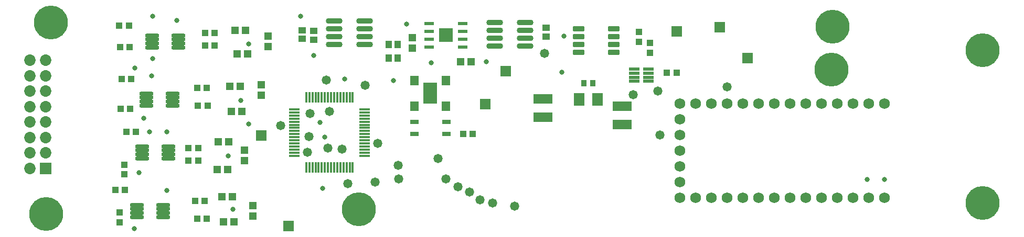
<source format=gts>
G04*
G04 #@! TF.GenerationSoftware,Altium Limited,Altium Designer,22.0.2 (36)*
G04*
G04 Layer_Color=8388736*
%FSLAX25Y25*%
%MOIN*%
G70*
G04*
G04 #@! TF.SameCoordinates,DBB72687-BCFA-4FA8-90DC-81D55A498374*
G04*
G04*
G04 #@! TF.FilePolarity,Negative*
G04*
G01*
G75*
%ADD27R,0.06915X0.02016*%
%ADD28R,0.05312X0.05924*%
%ADD29R,0.08661X0.13780*%
%ADD30R,0.05709X0.02756*%
%ADD34R,0.05900X0.02200*%
%ADD35R,0.09000X0.09000*%
%ADD36R,0.03871X0.04698*%
G04:AMPARAMS|DCode=37|XSize=65.42mil|YSize=15.02mil|CornerRadius=3.38mil|HoleSize=0mil|Usage=FLASHONLY|Rotation=0.000|XOffset=0mil|YOffset=0mil|HoleType=Round|Shape=RoundedRectangle|*
%AMROUNDEDRECTD37*
21,1,0.06542,0.00827,0,0,0.0*
21,1,0.05866,0.01502,0,0,0.0*
1,1,0.00676,0.02933,-0.00413*
1,1,0.00676,-0.02933,-0.00413*
1,1,0.00676,-0.02933,0.00413*
1,1,0.00676,0.02933,0.00413*
%
%ADD37ROUNDEDRECTD37*%
%ADD38O,0.10642X0.03556*%
G04:AMPARAMS|DCode=39|XSize=65.42mil|YSize=15.02mil|CornerRadius=3.38mil|HoleSize=0mil|Usage=FLASHONLY|Rotation=270.000|XOffset=0mil|YOffset=0mil|HoleType=Round|Shape=RoundedRectangle|*
%AMROUNDEDRECTD39*
21,1,0.06542,0.00827,0,0,270.0*
21,1,0.05866,0.01502,0,0,270.0*
1,1,0.00676,-0.00413,-0.02933*
1,1,0.00676,-0.00413,0.02933*
1,1,0.00676,0.00413,0.02933*
1,1,0.00676,0.00413,-0.02933*
%
%ADD39ROUNDEDRECTD39*%
%ADD40O,0.09068X0.02572*%
%ADD41R,0.05131X0.04737*%
%ADD42R,0.04737X0.05131*%
%ADD43R,0.04698X0.03871*%
%ADD44R,0.06706X0.08280*%
%ADD45R,0.12257X0.06391*%
G04:AMPARAMS|DCode=46|XSize=33.59mil|YSize=72.96mil|CornerRadius=5.92mil|HoleSize=0mil|Usage=FLASHONLY|Rotation=90.000|XOffset=0mil|YOffset=0mil|HoleType=Round|Shape=RoundedRectangle|*
%AMROUNDEDRECTD46*
21,1,0.03359,0.06112,0,0,90.0*
21,1,0.02175,0.07296,0,0,90.0*
1,1,0.01184,0.03056,0.01088*
1,1,0.01184,0.03056,-0.01088*
1,1,0.01184,-0.03056,-0.01088*
1,1,0.01184,-0.03056,0.01088*
%
%ADD46ROUNDEDRECTD46*%
%ADD47R,0.03359X0.04343*%
%ADD48R,0.04225X0.04461*%
%ADD49R,0.04461X0.04225*%
%ADD50C,0.06824*%
%ADD51R,0.06706X0.06706*%
%ADD52R,0.07293X0.07293*%
%ADD53C,0.07293*%
%ADD54C,0.03162*%
%ADD55C,0.05800*%
%ADD56C,0.21548*%
D27*
X416031Y103661D02*
D03*
Y106220D02*
D03*
Y108780D02*
D03*
Y111339D02*
D03*
X406969D02*
D03*
Y108780D02*
D03*
Y106220D02*
D03*
Y103661D02*
D03*
D28*
X287500Y104080D02*
D03*
X267500D02*
D03*
Y87920D02*
D03*
X287500D02*
D03*
D29*
X277500Y96000D02*
D03*
D30*
X287638Y77937D02*
D03*
Y70063D02*
D03*
X267362Y77937D02*
D03*
Y70063D02*
D03*
D34*
X298150Y125500D02*
D03*
Y130500D02*
D03*
Y135500D02*
D03*
Y140500D02*
D03*
X276850D02*
D03*
Y135500D02*
D03*
Y130500D02*
D03*
Y125500D02*
D03*
D35*
X287500Y133000D02*
D03*
D36*
X256756Y118500D02*
D03*
Y127000D02*
D03*
X251244Y118500D02*
D03*
Y127000D02*
D03*
D37*
X191138Y58205D02*
D03*
X235862Y56236D02*
D03*
Y58205D02*
D03*
Y60173D02*
D03*
Y62142D02*
D03*
Y64110D02*
D03*
Y66079D02*
D03*
Y68047D02*
D03*
Y70016D02*
D03*
Y71984D02*
D03*
Y73953D02*
D03*
Y75921D02*
D03*
Y77890D02*
D03*
Y79858D02*
D03*
Y81827D02*
D03*
Y83795D02*
D03*
Y85764D02*
D03*
X191138D02*
D03*
Y83795D02*
D03*
Y81827D02*
D03*
Y79858D02*
D03*
Y77890D02*
D03*
Y75921D02*
D03*
Y73953D02*
D03*
Y71984D02*
D03*
Y70016D02*
D03*
Y68047D02*
D03*
Y66079D02*
D03*
Y64110D02*
D03*
Y62142D02*
D03*
Y60173D02*
D03*
Y56236D02*
D03*
D38*
X235646Y132000D02*
D03*
X337646Y126000D02*
D03*
Y131000D02*
D03*
Y136000D02*
D03*
Y141000D02*
D03*
X318354Y126000D02*
D03*
Y131000D02*
D03*
Y136000D02*
D03*
Y141000D02*
D03*
X235646Y127000D02*
D03*
Y137000D02*
D03*
Y142000D02*
D03*
X216354Y127000D02*
D03*
Y132000D02*
D03*
Y137000D02*
D03*
Y142000D02*
D03*
D39*
X200705Y93362D02*
D03*
X202673D02*
D03*
X198736Y48638D02*
D03*
X200705D02*
D03*
X202673D02*
D03*
X204642D02*
D03*
X206610D02*
D03*
X210547D02*
D03*
X212516D02*
D03*
X214484D02*
D03*
X216453D02*
D03*
X218421D02*
D03*
X220390D02*
D03*
X222358D02*
D03*
X224327D02*
D03*
X226295D02*
D03*
X228264D02*
D03*
Y93362D02*
D03*
X226295D02*
D03*
X224327D02*
D03*
X222358D02*
D03*
X220390D02*
D03*
X218421D02*
D03*
X216453D02*
D03*
X214484D02*
D03*
X212516D02*
D03*
X210547D02*
D03*
X206610D02*
D03*
X204642D02*
D03*
X198736D02*
D03*
X208579D02*
D03*
Y48638D02*
D03*
D40*
X111153Y54510D02*
D03*
Y57069D02*
D03*
Y59628D02*
D03*
Y62187D02*
D03*
X94420Y54510D02*
D03*
Y57069D02*
D03*
Y59628D02*
D03*
Y62187D02*
D03*
X113866Y88161D02*
D03*
Y90720D02*
D03*
Y93279D02*
D03*
Y95839D02*
D03*
X97134Y88161D02*
D03*
Y90720D02*
D03*
Y93279D02*
D03*
Y95839D02*
D03*
X117366Y125161D02*
D03*
Y127720D02*
D03*
Y130280D02*
D03*
Y132839D02*
D03*
X100634Y125161D02*
D03*
Y127720D02*
D03*
Y130280D02*
D03*
Y132839D02*
D03*
X107759Y17215D02*
D03*
Y19774D02*
D03*
Y22333D02*
D03*
Y24893D02*
D03*
X91027Y17215D02*
D03*
Y19774D02*
D03*
Y22333D02*
D03*
Y24893D02*
D03*
D41*
X303346Y116000D02*
D03*
X296654D02*
D03*
X157846Y84500D02*
D03*
X151154D02*
D03*
X148846Y47500D02*
D03*
X142154D02*
D03*
X150154Y100500D02*
D03*
X156846D02*
D03*
X142654Y65000D02*
D03*
X149346D02*
D03*
X161500Y121000D02*
D03*
X154807D02*
D03*
X152740Y14054D02*
D03*
X146047D02*
D03*
X153307Y136000D02*
D03*
X160000D02*
D03*
X145153Y30000D02*
D03*
X151847D02*
D03*
D42*
X266000Y131346D02*
D03*
Y124653D02*
D03*
X159500Y53154D02*
D03*
Y59847D02*
D03*
X170000Y94653D02*
D03*
Y101347D02*
D03*
X174500Y125654D02*
D03*
Y132346D02*
D03*
X164893Y17707D02*
D03*
Y24400D02*
D03*
D43*
X351000Y137756D02*
D03*
Y132244D02*
D03*
X196102Y130744D02*
D03*
Y136256D02*
D03*
X203500Y135756D02*
D03*
Y130244D02*
D03*
D44*
X383906Y92000D02*
D03*
X372094D02*
D03*
D45*
X399500Y76126D02*
D03*
Y87874D02*
D03*
X349000Y80626D02*
D03*
Y92374D02*
D03*
D46*
X371878Y137000D02*
D03*
Y132000D02*
D03*
Y127000D02*
D03*
Y122000D02*
D03*
X394122Y137000D02*
D03*
Y132000D02*
D03*
Y127000D02*
D03*
Y122000D02*
D03*
D47*
X380854Y102500D02*
D03*
X375146D02*
D03*
D48*
X304571Y70000D02*
D03*
X298429D02*
D03*
X130071Y53000D02*
D03*
X123929D02*
D03*
X136071Y88000D02*
D03*
X129929D02*
D03*
X86843Y86000D02*
D03*
X80701D02*
D03*
X135571Y99500D02*
D03*
X129429D02*
D03*
X130071Y61000D02*
D03*
X123929D02*
D03*
X84429Y71500D02*
D03*
X90571D02*
D03*
X87571Y105000D02*
D03*
X81429D02*
D03*
X80429Y125500D02*
D03*
X86571D02*
D03*
X135464Y16054D02*
D03*
X129322D02*
D03*
X140571Y126500D02*
D03*
X134429D02*
D03*
X140571Y134500D02*
D03*
X134429D02*
D03*
X134192Y27554D02*
D03*
X128051D02*
D03*
X77322Y34554D02*
D03*
X83464D02*
D03*
X79929Y139000D02*
D03*
X86071D02*
D03*
X427929Y109000D02*
D03*
X434071D02*
D03*
D49*
X410000Y135071D02*
D03*
Y128929D02*
D03*
X417000Y121929D02*
D03*
Y128071D02*
D03*
X83000Y50571D02*
D03*
Y44429D02*
D03*
X80000Y20071D02*
D03*
Y13929D02*
D03*
D50*
X436000Y59500D02*
D03*
Y39500D02*
D03*
Y49500D02*
D03*
Y69500D02*
D03*
Y79500D02*
D03*
X566000Y29500D02*
D03*
X556000D02*
D03*
X546000D02*
D03*
X536000D02*
D03*
X526000D02*
D03*
X516000D02*
D03*
X506000D02*
D03*
X496000D02*
D03*
X486000D02*
D03*
X476000D02*
D03*
X466000D02*
D03*
X456000D02*
D03*
X446000D02*
D03*
X436000D02*
D03*
X566000Y89500D02*
D03*
X556000D02*
D03*
X546000D02*
D03*
X536000D02*
D03*
X526000D02*
D03*
X516000D02*
D03*
X506000D02*
D03*
X496000D02*
D03*
X486000D02*
D03*
X476000D02*
D03*
X466000D02*
D03*
X456000D02*
D03*
X446000D02*
D03*
X436000D02*
D03*
D51*
X461500Y138000D02*
D03*
X325500Y110000D02*
D03*
X434000Y135500D02*
D03*
X479000Y118500D02*
D03*
X312500Y89000D02*
D03*
X170000Y69000D02*
D03*
X187500Y11500D02*
D03*
D52*
X33110Y48103D02*
D03*
D53*
Y57945D02*
D03*
Y67787D02*
D03*
Y77630D02*
D03*
Y87473D02*
D03*
Y97315D02*
D03*
Y107158D02*
D03*
Y117000D02*
D03*
X23268Y48103D02*
D03*
Y57945D02*
D03*
Y67787D02*
D03*
Y77630D02*
D03*
Y87473D02*
D03*
Y97315D02*
D03*
Y107158D02*
D03*
Y117000D02*
D03*
D54*
X207500Y77500D02*
D03*
X110000Y71500D02*
D03*
X262500Y140000D02*
D03*
X362500Y132500D02*
D03*
X566000Y41000D02*
D03*
X110000Y34000D02*
D03*
X195000Y145000D02*
D03*
X116500Y142500D02*
D03*
X100500Y107000D02*
D03*
X210500Y68000D02*
D03*
X101000Y145000D02*
D03*
X223000Y105000D02*
D03*
X89617Y9617D02*
D03*
X287500Y133000D02*
D03*
X361000Y109500D02*
D03*
X313000Y116000D02*
D03*
X278000Y115500D02*
D03*
X101000Y118000D02*
D03*
X555000Y41000D02*
D03*
X92500Y45500D02*
D03*
X99000Y71500D02*
D03*
X152204Y22177D02*
D03*
X203500Y120000D02*
D03*
X149000Y56000D02*
D03*
X157000Y91500D02*
D03*
X162000Y127500D02*
D03*
X95500Y80000D02*
D03*
X89685Y112247D02*
D03*
X209000Y35500D02*
D03*
X254000Y104000D02*
D03*
X162000Y76500D02*
D03*
D55*
X213500Y84500D02*
D03*
X225000Y38500D02*
D03*
X317265Y26265D02*
D03*
X242500Y39500D02*
D03*
X257000Y50000D02*
D03*
X257500Y41500D02*
D03*
X331000Y24000D02*
D03*
X295000Y36500D02*
D03*
X309000Y28144D02*
D03*
X302500Y33000D02*
D03*
X350178Y121322D02*
D03*
X406500Y95000D02*
D03*
X221500Y60500D02*
D03*
X211500Y104425D02*
D03*
X423500Y69500D02*
D03*
X182500Y75500D02*
D03*
X422000Y97500D02*
D03*
X466000Y100000D02*
D03*
X212322Y61178D02*
D03*
X201000Y83000D02*
D03*
X200500Y68500D02*
D03*
X236000Y101000D02*
D03*
X199500Y58500D02*
D03*
X244000Y64000D02*
D03*
X287500Y41454D02*
D03*
X282500Y54500D02*
D03*
D56*
X628500Y26000D02*
D03*
X33500Y19000D02*
D03*
X36500Y141000D02*
D03*
X628500Y123500D02*
D03*
X532500Y111000D02*
D03*
X533000Y138500D02*
D03*
X232000Y22000D02*
D03*
M02*

</source>
